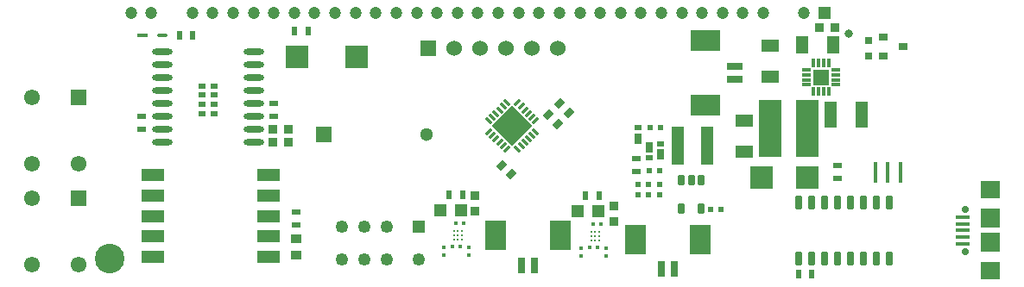
<source format=gbr>
%TF.GenerationSoftware,Altium Limited,Altium Designer,22.2.1 (43)*%
G04 Layer_Color=255*
%FSLAX26Y26*%
%MOIN*%
%TF.SameCoordinates,49CA406D-FE3E-4379-A0B2-47437619DC98*%
%TF.FilePolarity,Positive*%
%TF.FileFunction,Pads,Bot*%
%TF.Part,Single*%
G01*
G75*
%TA.AperFunction,SMDPad,CuDef*%
%ADD11R,0.035433X0.023622*%
%ADD17R,0.023622X0.035433*%
%ADD21C,0.031496*%
%ADD23R,0.032000X0.032000*%
%ADD28R,0.017323X0.015748*%
G04:AMPARAMS|DCode=30|XSize=23.622mil|YSize=39.37mil|CornerRadius=2.008mil|HoleSize=0mil|Usage=FLASHONLY|Rotation=0.000|XOffset=0mil|YOffset=0mil|HoleType=Round|Shape=RoundedRectangle|*
%AMROUNDEDRECTD30*
21,1,0.023622,0.035354,0,0,0.0*
21,1,0.019606,0.039370,0,0,0.0*
1,1,0.004016,0.009803,-0.017677*
1,1,0.004016,-0.009803,-0.017677*
1,1,0.004016,-0.009803,0.017677*
1,1,0.004016,0.009803,0.017677*
%
%ADD30ROUNDEDRECTD30*%
%TA.AperFunction,ComponentPad*%
%ADD47R,0.047244X0.047244*%
%ADD48C,0.047244*%
%ADD49R,0.064961X0.064961*%
%ADD50C,0.051181*%
%ADD51C,0.114173*%
%ADD52C,0.027559*%
%ADD53R,0.060000X0.060000*%
%ADD54C,0.060000*%
%ADD55C,0.049213*%
%ADD56R,0.049213X0.049213*%
%ADD57C,0.061024*%
%ADD58R,0.061024X0.061024*%
%TA.AperFunction,SMDPad,CuDef*%
G04:AMPARAMS|DCode=80|XSize=35.433mil|YSize=23.622mil|CornerRadius=0mil|HoleSize=0mil|Usage=FLASHONLY|Rotation=45.000|XOffset=0mil|YOffset=0mil|HoleType=Round|Shape=Rectangle|*
%AMROTATEDRECTD80*
4,1,4,-0.004176,-0.020879,-0.020879,-0.004176,0.004176,0.020879,0.020879,0.004176,-0.004176,-0.020879,0.0*
%
%ADD80ROTATEDRECTD80*%

%ADD81R,0.031496X0.062992*%
%ADD82R,0.082677X0.118110*%
%ADD83R,0.047240X0.051180*%
%ADD84R,0.015748X0.017323*%
%TA.AperFunction,BGAPad,CuDef*%
%ADD85C,0.009000*%
%TA.AperFunction,SMDPad,CuDef*%
%ADD86R,0.032000X0.032000*%
%ADD87R,0.031496X0.019685*%
%ADD88O,0.078740X0.023622*%
%ADD89P,0.155898X4X90.0*%
G04:AMPARAMS|DCode=90|XSize=31.496mil|YSize=11.811mil|CornerRadius=0mil|HoleSize=0mil|Usage=FLASHONLY|Rotation=45.000|XOffset=0mil|YOffset=0mil|HoleType=Round|Shape=Rectangle|*
%AMROTATEDRECTD90*
4,1,4,-0.006960,-0.015311,-0.015311,-0.006960,0.006960,0.015311,0.015311,0.006960,-0.006960,-0.015311,0.0*
%
%ADD90ROTATEDRECTD90*%

G04:AMPARAMS|DCode=91|XSize=31.496mil|YSize=11.811mil|CornerRadius=0mil|HoleSize=0mil|Usage=FLASHONLY|Rotation=135.000|XOffset=0mil|YOffset=0mil|HoleType=Round|Shape=Rectangle|*
%AMROTATEDRECTD91*
4,1,4,0.015311,-0.006960,0.006960,-0.015311,-0.015311,0.006960,-0.006960,0.015311,0.015311,-0.006960,0.0*
%
%ADD91ROTATEDRECTD91*%

%ADD92R,0.039370X0.035433*%
%ADD93R,0.090000X0.090000*%
%ADD94R,0.086614X0.047244*%
%ADD95R,0.118110X0.082677*%
%ADD96R,0.062992X0.031496*%
%ADD97R,0.090551X0.090551*%
%ADD98R,0.033465X0.011811*%
%ADD99R,0.011811X0.033465*%
%ADD100R,0.062992X0.062992*%
%ADD101R,0.070000X0.050000*%
%ADD102R,0.050000X0.070000*%
%ADD103R,0.050000X0.100000*%
%ADD104R,0.086614X0.222441*%
%ADD105R,0.015748X0.078740*%
G04:AMPARAMS|DCode=106|XSize=51.575mil|YSize=24.409mil|CornerRadius=3.051mil|HoleSize=0mil|Usage=FLASHONLY|Rotation=270.000|XOffset=0mil|YOffset=0mil|HoleType=Round|Shape=RoundedRectangle|*
%AMROUNDEDRECTD106*
21,1,0.051575,0.018307,0,0,270.0*
21,1,0.045472,0.024409,0,0,270.0*
1,1,0.006102,-0.009153,-0.022736*
1,1,0.006102,-0.009153,0.022736*
1,1,0.006102,0.009153,0.022736*
1,1,0.006102,0.009153,-0.022736*
%
%ADD106ROUNDEDRECTD106*%
%ADD107R,0.074803X0.074803*%
%TA.AperFunction,ConnectorPad*%
%ADD108R,0.074803X0.070866*%
%ADD109R,0.053150X0.015748*%
%TA.AperFunction,SMDPad,CuDef*%
%ADD110R,0.031496X0.031496*%
%ADD111R,0.035433X0.031496*%
%ADD112R,0.039592X0.015452*%
G04:AMPARAMS|DCode=113|XSize=39.592mil|YSize=15.452mil|CornerRadius=7.726mil|HoleSize=0mil|Usage=FLASHONLY|Rotation=0.000|XOffset=0mil|YOffset=0mil|HoleType=Round|Shape=RoundedRectangle|*
%AMROUNDEDRECTD113*
21,1,0.039592,0.000000,0,0,0.0*
21,1,0.024140,0.015452,0,0,0.0*
1,1,0.015452,0.012070,0.000000*
1,1,0.015452,-0.012070,0.000000*
1,1,0.015452,-0.012070,0.000000*
1,1,0.015452,0.012070,0.000000*
%
%ADD113ROUNDEDRECTD113*%
%ADD114R,0.031496X0.024016*%
%ADD115R,0.031496X0.039764*%
%ADD116R,0.023622X0.023622*%
%ADD117R,0.047244X0.149606*%
%ADD118R,0.023622X0.023622*%
D11*
X585004Y599410D02*
D03*
X585005Y650591D02*
D03*
X1095005Y649409D02*
D03*
Y700591D02*
D03*
X1180005Y229409D02*
D03*
X1180005Y280591D02*
D03*
X3270004Y460591D02*
D03*
X3270005Y409409D02*
D03*
X2494922Y436472D02*
D03*
X2494921Y487653D02*
D03*
D17*
X1174409Y979995D02*
D03*
X1225591D02*
D03*
X780591Y964995D02*
D03*
X729409D02*
D03*
X1822529Y348686D02*
D03*
X1771348Y348685D02*
D03*
X2349380Y345078D02*
D03*
X2298199Y345078D02*
D03*
X3170590Y39995D02*
D03*
X3119410Y39996D02*
D03*
D21*
X3315000Y970000D02*
D03*
D23*
X1871265Y284107D02*
D03*
X1871265Y344107D02*
D03*
X2406470Y245500D02*
D03*
X2406469Y305500D02*
D03*
D28*
X1751457Y114235D02*
D03*
X1751457Y144155D02*
D03*
X1845514Y114481D02*
D03*
X1845514Y144402D02*
D03*
X2375557Y110874D02*
D03*
X2375555Y140795D02*
D03*
X2279429Y110873D02*
D03*
X2279430Y140794D02*
D03*
D30*
X2668307Y402315D02*
D03*
X2705709Y402315D02*
D03*
X2743111Y402315D02*
D03*
X2743110Y294047D02*
D03*
X2668307Y294047D02*
D03*
D47*
X3220000Y1050000D02*
D03*
D48*
X3141260Y1050000D02*
D03*
X2983779Y1050000D02*
D03*
X2905040D02*
D03*
X2826299Y1050000D02*
D03*
X2747559Y1050000D02*
D03*
X2668819Y1050000D02*
D03*
X2590078Y1050001D02*
D03*
X2511338Y1050000D02*
D03*
X2432599Y1050000D02*
D03*
X2353858Y1050000D02*
D03*
X2275118Y1050000D02*
D03*
X2196377D02*
D03*
X2117637D02*
D03*
X2038898Y1050001D02*
D03*
X1960157Y1050000D02*
D03*
X1881417Y1050001D02*
D03*
X1802677Y1050000D02*
D03*
X1723936Y1049999D02*
D03*
X1645196D02*
D03*
X1566456Y1050000D02*
D03*
X1487716Y1050000D02*
D03*
X1408976Y1050000D02*
D03*
X1330235Y1050000D02*
D03*
X1251495Y1050000D02*
D03*
X1172756Y1050000D02*
D03*
X1094015Y1050001D02*
D03*
X1015275Y1050000D02*
D03*
X936534D02*
D03*
X857795Y1050000D02*
D03*
X779054Y1049999D02*
D03*
X621574Y1050000D02*
D03*
X542834Y1050001D02*
D03*
D49*
X1288150Y580000D02*
D03*
D50*
X1681851Y579999D02*
D03*
D51*
X460000Y100000D02*
D03*
D52*
X3763544Y291693D02*
D03*
X3763543Y128307D02*
D03*
D53*
X1690000Y915000D02*
D03*
D54*
X1790000D02*
D03*
X1890000Y914999D02*
D03*
X1990000Y915000D02*
D03*
X2090000Y915000D02*
D03*
X2190000Y915000D02*
D03*
D55*
X1355394Y97008D02*
D03*
X1442008Y97008D02*
D03*
X1528622Y97008D02*
D03*
X1355393Y222992D02*
D03*
X1442008D02*
D03*
X1528622Y222992D02*
D03*
X1654606Y97008D02*
D03*
D56*
X1654607Y222992D02*
D03*
D57*
X161417Y467047D02*
D03*
Y722953D02*
D03*
X338583Y467047D02*
D03*
X161417Y77047D02*
D03*
Y332953D02*
D03*
X338583Y77047D02*
D03*
D58*
Y722953D02*
D03*
Y332953D02*
D03*
D80*
X2196901Y700163D02*
D03*
X2233092Y663972D02*
D03*
X1974830Y462234D02*
D03*
X2011020Y426043D02*
D03*
X2153365Y656627D02*
D03*
X2189557Y620437D02*
D03*
D81*
X2590394Y60197D02*
D03*
X2639606Y60197D02*
D03*
X2050393Y75197D02*
D03*
X2099606Y75197D02*
D03*
D82*
X2490000Y174370D02*
D03*
X2740000Y174370D02*
D03*
X1949999Y189370D02*
D03*
X2200000Y189370D02*
D03*
D83*
X1736415Y288167D02*
D03*
X1816415Y288166D02*
D03*
X2266620Y284560D02*
D03*
X2346621Y284560D02*
D03*
D84*
X1783754Y146946D02*
D03*
X1813675Y146945D02*
D03*
X1797093Y236944D02*
D03*
X1827014Y236945D02*
D03*
X2325650Y233339D02*
D03*
X2355572Y233338D02*
D03*
X2312071Y143760D02*
D03*
X2341992Y143759D02*
D03*
D85*
X1820111Y206953D02*
D03*
X1804364Y206953D02*
D03*
X1788616Y206953D02*
D03*
X1820111Y191205D02*
D03*
X1804364Y191205D02*
D03*
X1788616Y191205D02*
D03*
X1820112Y175456D02*
D03*
X1804363Y175458D02*
D03*
X1788615Y175457D02*
D03*
X2350317Y203347D02*
D03*
X2334569Y203346D02*
D03*
X2318821Y203347D02*
D03*
X2350316Y187599D02*
D03*
X2334569Y187598D02*
D03*
X2318821D02*
D03*
X2350317Y171850D02*
D03*
X2334569Y171851D02*
D03*
X2318821D02*
D03*
D86*
X1090001Y550000D02*
D03*
X1150001D02*
D03*
X1090000Y600000D02*
D03*
X1150000D02*
D03*
X3260500Y994357D02*
D03*
X3200500Y994357D02*
D03*
D87*
X863622Y661850D02*
D03*
X863621Y697283D02*
D03*
X863622Y732716D02*
D03*
X863621Y768149D02*
D03*
X816379Y768149D02*
D03*
X816376Y732716D02*
D03*
X816378Y697283D02*
D03*
X816378Y661850D02*
D03*
D88*
X1017165Y900000D02*
D03*
X1017166Y849999D02*
D03*
X1017165Y800001D02*
D03*
X1017166Y750000D02*
D03*
X1017165Y700000D02*
D03*
X1017166Y650001D02*
D03*
X1017166Y600000D02*
D03*
Y550000D02*
D03*
X662835Y900000D02*
D03*
X662835Y850000D02*
D03*
X662834Y800000D02*
D03*
X662835Y750000D02*
D03*
X662834Y700001D02*
D03*
X662835Y650000D02*
D03*
X662835Y600000D02*
D03*
Y550000D02*
D03*
D89*
X2013786Y612929D02*
D03*
D90*
X2104262Y633809D02*
D03*
X2090343Y647728D02*
D03*
X2076423Y661648D02*
D03*
X2062504Y675567D02*
D03*
X2048584Y689486D02*
D03*
X2034665Y703406D02*
D03*
X1923310Y592050D02*
D03*
X1937229Y578131D02*
D03*
X1951149Y564212D02*
D03*
X1965068Y550292D02*
D03*
X1978987Y536373D02*
D03*
X1992907Y522453D02*
D03*
D91*
X1992907Y703406D02*
D03*
X1978987Y689486D02*
D03*
X1965068Y675567D02*
D03*
X1951149Y661648D02*
D03*
X1937229Y647728D02*
D03*
X1923310Y633809D02*
D03*
X2034665Y522453D02*
D03*
X2048585Y536373D02*
D03*
X2062504Y550292D02*
D03*
X2076424Y564212D02*
D03*
X2090343Y578131D02*
D03*
X2104262Y592050D02*
D03*
D92*
X1180000Y176496D02*
D03*
X1180000Y113504D02*
D03*
D93*
X1185001Y880002D02*
D03*
X1415000Y880000D02*
D03*
D94*
X1074409Y422481D02*
D03*
X1074409Y343740D02*
D03*
X1074410Y265000D02*
D03*
X1074409Y186260D02*
D03*
X1074409Y107519D02*
D03*
X625591Y107519D02*
D03*
X625590Y186259D02*
D03*
X625591Y265001D02*
D03*
X625591Y343740D02*
D03*
X625591Y422481D02*
D03*
D95*
X2760630Y945000D02*
D03*
X2760630Y695000D02*
D03*
D96*
X2874803Y844606D02*
D03*
X2874803Y795393D02*
D03*
D97*
X3153229Y414961D02*
D03*
X2976063Y414961D02*
D03*
D98*
X3150717Y772575D02*
D03*
X3150717Y792260D02*
D03*
X3150717Y811945D02*
D03*
Y831630D02*
D03*
X3262922Y831630D02*
D03*
X3262922Y811945D02*
D03*
X3262922Y792260D02*
D03*
X3262922Y772575D02*
D03*
D99*
X3196977Y746000D02*
D03*
X3236347Y746000D02*
D03*
X3216662Y746000D02*
D03*
X3177292Y746000D02*
D03*
X3196977Y858205D02*
D03*
X3216662Y858206D02*
D03*
X3236347Y858205D02*
D03*
X3177292Y858205D02*
D03*
D100*
X3206819Y802102D02*
D03*
D101*
X2908579Y512501D02*
D03*
X2908579Y632500D02*
D03*
X3008579Y802500D02*
D03*
X3008579Y922500D02*
D03*
D102*
X3252500Y926421D02*
D03*
X3132500Y926421D02*
D03*
D103*
X3242500Y658579D02*
D03*
X3362500Y658579D02*
D03*
D104*
X3154772Y604221D02*
D03*
X3011229D02*
D03*
D105*
X3417756Y435000D02*
D03*
X3465000Y435000D02*
D03*
X3512245D02*
D03*
D106*
X3120000Y101732D02*
D03*
X3170000Y101732D02*
D03*
X3470000Y318267D02*
D03*
X3419999Y101732D02*
D03*
X3420000Y318268D02*
D03*
X3320001Y318269D02*
D03*
X3470000Y101732D02*
D03*
X3370000Y318267D02*
D03*
X3370000Y101732D02*
D03*
X3319999Y101733D02*
D03*
X3220000Y101733D02*
D03*
X3270000Y318267D02*
D03*
X3219999Y318267D02*
D03*
X3120000Y318268D02*
D03*
X3270000Y101732D02*
D03*
X3170000Y318268D02*
D03*
D107*
X3860000Y257245D02*
D03*
X3860001Y162756D02*
D03*
D108*
X3860000Y367480D02*
D03*
X3860000Y52519D02*
D03*
D109*
X3754685Y261182D02*
D03*
X3754685Y158819D02*
D03*
X3754685Y235591D02*
D03*
X3754685Y210000D02*
D03*
X3754685Y184410D02*
D03*
D110*
X3390000Y945042D02*
D03*
Y885042D02*
D03*
D111*
X3524370Y920000D02*
D03*
X3445630Y957402D02*
D03*
Y882598D02*
D03*
D112*
X585619Y965000D02*
D03*
D113*
X664381Y965000D02*
D03*
D114*
X2499444Y607910D02*
D03*
X2541748Y489370D02*
D03*
X2585812Y545629D02*
D03*
D115*
X2499443Y564997D02*
D03*
X2541747Y532283D02*
D03*
X2585810Y502716D02*
D03*
D116*
X2545038Y441653D02*
D03*
X2584409Y441654D02*
D03*
X2819000Y290827D02*
D03*
X2779630Y290827D02*
D03*
X2585827Y608346D02*
D03*
X2546457Y608346D02*
D03*
D117*
X2765118Y536258D02*
D03*
X2654883Y536258D02*
D03*
D118*
X2582164Y386221D02*
D03*
X2582165Y346851D02*
D03*
X2499111Y346889D02*
D03*
X2499111Y386260D02*
D03*
X2540472Y346851D02*
D03*
X2540471Y386221D02*
D03*
%TF.MD5,c86d7829b44e1917ccad9515e2d55c77*%
M02*

</source>
